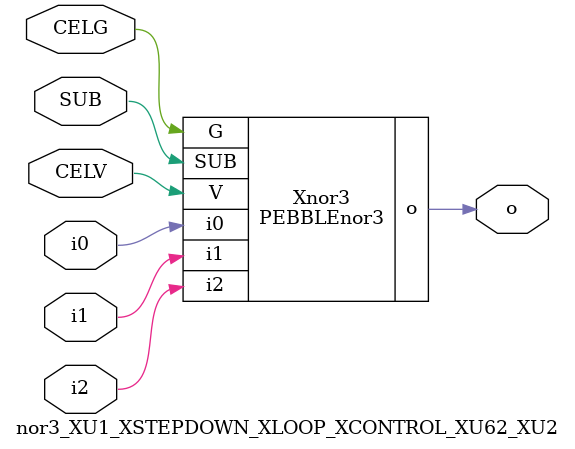
<source format=v>



module PEBBLEnor3 ( o, G, SUB, V, i0, i1, i2 );

  input i0;
  input V;
  input i2;
  input i1;
  input G;
  output o;
  input SUB;
endmodule

//Celera Confidential Do Not Copy nor3_XU1_XSTEPDOWN_XLOOP_XCONTROL_XU62_XU2
//Celera Confidential Symbol Generator
//NOR3
module nor3_XU1_XSTEPDOWN_XLOOP_XCONTROL_XU62_XU2 (CELV,CELG,i0,i1,i2,o,SUB);
input CELV;
input CELG;
input i0;
input i1;
input i2;
input SUB;
output o;

//Celera Confidential Do Not Copy nor3
PEBBLEnor3 Xnor3(
.V (CELV),
.i0 (i0),
.i1 (i1),
.i2 (i2),
.o (o),
.SUB (SUB),
.G (CELG)
);
//,diesize,PEBBLEnor3

//Celera Confidential Do Not Copy Module End
//Celera Schematic Generator
endmodule

</source>
